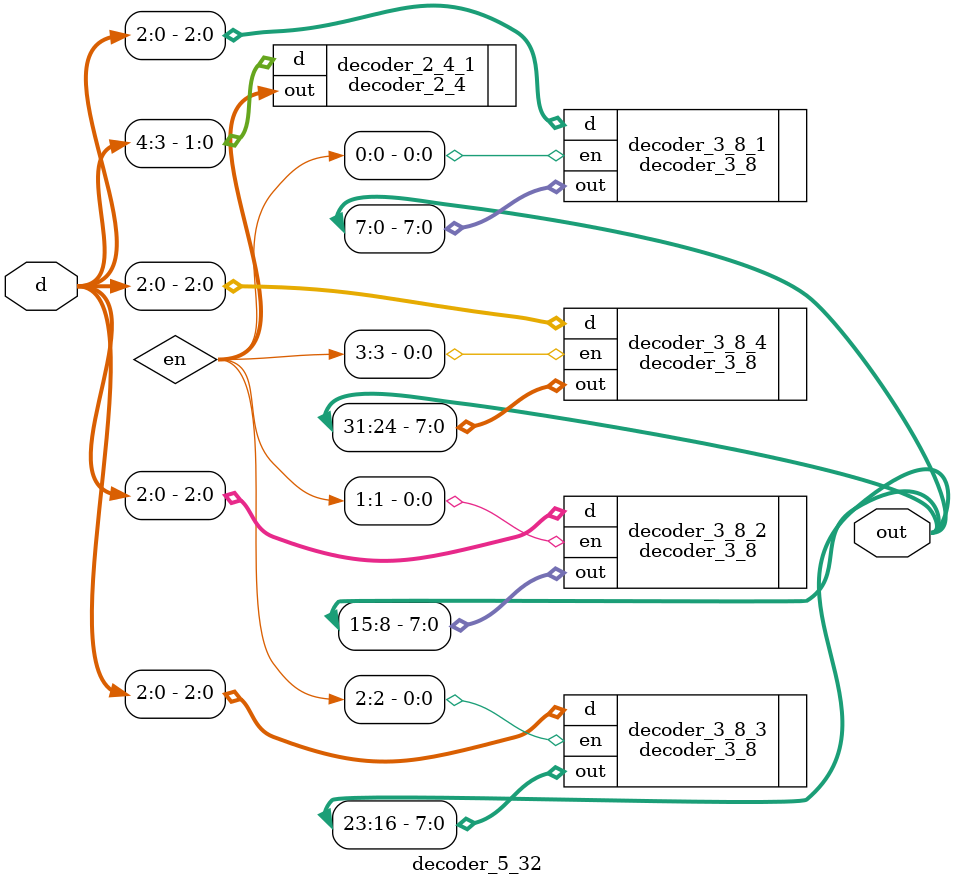
<source format=v>
module decoder_5_32(
	input [4:0] d,
	output [31:0] out
	);	
	
	wire [3:0] en;
	decoder_2_4 decoder_2_4_1(.d(d[4:3]), .out(en));
	
	decoder_3_8 decoder_3_8_1(.d(d[2:0]), .en(en[0]), .out(out[7:0]));
	decoder_3_8 decoder_3_8_2(.d(d[2:0]), .en(en[1]), .out(out[15:8]));
	decoder_3_8 decoder_3_8_3(.d(d[2:0]), .en(en[2]), .out(out[23:16]));
	decoder_3_8 decoder_3_8_4(.d(d[2:0]), .en(en[3]), .out(out[31:24]));
	
endmodule
</source>
